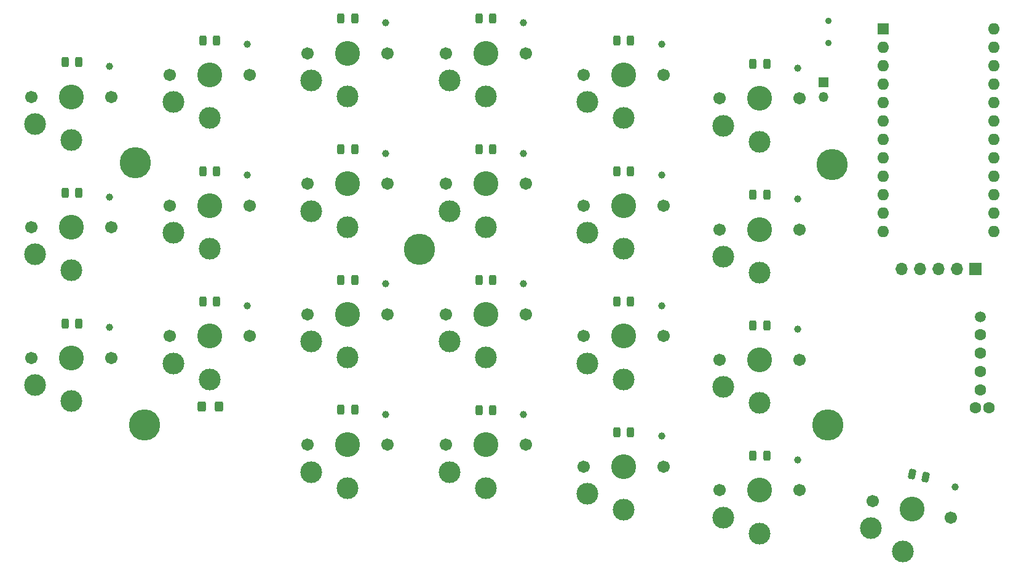
<source format=gts>
G04 #@! TF.GenerationSoftware,KiCad,Pcbnew,7.0.5-0*
G04 #@! TF.CreationDate,2023-09-10T21:21:40+09:30*
G04 #@! TF.ProjectId,Rolio,526f6c69-6f2e-46b6-9963-61645f706362,rev?*
G04 #@! TF.SameCoordinates,Original*
G04 #@! TF.FileFunction,Soldermask,Top*
G04 #@! TF.FilePolarity,Negative*
%FSLAX46Y46*%
G04 Gerber Fmt 4.6, Leading zero omitted, Abs format (unit mm)*
G04 Created by KiCad (PCBNEW 7.0.5-0) date 2023-09-10 21:21:40*
%MOMM*%
%LPD*%
G01*
G04 APERTURE LIST*
G04 Aperture macros list*
%AMRoundRect*
0 Rectangle with rounded corners*
0 $1 Rounding radius*
0 $2 $3 $4 $5 $6 $7 $8 $9 X,Y pos of 4 corners*
0 Add a 4 corners polygon primitive as box body*
4,1,4,$2,$3,$4,$5,$6,$7,$8,$9,$2,$3,0*
0 Add four circle primitives for the rounded corners*
1,1,$1+$1,$2,$3*
1,1,$1+$1,$4,$5*
1,1,$1+$1,$6,$7*
1,1,$1+$1,$8,$9*
0 Add four rect primitives between the rounded corners*
20,1,$1+$1,$2,$3,$4,$5,0*
20,1,$1+$1,$4,$5,$6,$7,0*
20,1,$1+$1,$6,$7,$8,$9,0*
20,1,$1+$1,$8,$9,$2,$3,0*%
G04 Aperture macros list end*
%ADD10C,1.701800*%
%ADD11C,3.000000*%
%ADD12C,3.429000*%
%ADD13C,0.990600*%
%ADD14C,4.300000*%
%ADD15RoundRect,0.243750X-0.243750X-0.456250X0.243750X-0.456250X0.243750X0.456250X-0.243750X0.456250X0*%
%ADD16R,1.700000X1.700000*%
%ADD17O,1.700000X1.700000*%
%ADD18C,1.500000*%
%ADD19C,1.600000*%
%ADD20RoundRect,0.250000X0.325000X0.450000X-0.325000X0.450000X-0.325000X-0.450000X0.325000X-0.450000X0*%
%ADD21R,1.600000X1.600000*%
%ADD22O,1.600000X1.600000*%
%ADD23R,1.350000X1.350000*%
%ADD24O,1.350000X1.350000*%
%ADD25RoundRect,0.243750X-0.333283X-0.395601X0.143564X-0.496958X0.333283X0.395601X-0.143564X0.496958X0*%
%ADD26C,0.900000*%
G04 APERTURE END LIST*
D10*
X76238000Y-45720000D03*
D11*
X76738000Y-49470000D03*
D12*
X81738000Y-45720000D03*
D11*
X81738000Y-51670000D03*
D13*
X86958000Y-41520000D03*
D10*
X87238000Y-45720000D03*
X114238000Y-96720000D03*
D11*
X114738000Y-100470000D03*
D12*
X119738000Y-96720000D03*
D11*
X119738000Y-102670000D03*
D13*
X124958000Y-92520000D03*
D10*
X125238000Y-96720000D03*
D14*
X167456000Y-58032000D03*
D10*
X95238000Y-96720000D03*
D11*
X95738000Y-100470000D03*
D12*
X100738000Y-96720000D03*
D11*
X100738000Y-102670000D03*
D13*
X105958000Y-92520000D03*
D10*
X106238000Y-96720000D03*
X95238000Y-60720000D03*
D11*
X95738000Y-64470000D03*
D12*
X100738000Y-60720000D03*
D11*
X100738000Y-66670000D03*
D13*
X105958000Y-56520000D03*
D10*
X106238000Y-60720000D03*
D15*
X118820500Y-37965000D03*
X120695500Y-37965000D03*
D10*
X76238000Y-63720000D03*
D11*
X76738000Y-67470000D03*
D12*
X81738000Y-63720000D03*
D11*
X81738000Y-69670000D03*
D13*
X86958000Y-59520000D03*
D10*
X87238000Y-63720000D03*
D15*
X118820500Y-73965000D03*
X120695500Y-73965000D03*
D16*
X187172400Y-72470000D03*
D17*
X184632400Y-72470000D03*
X182092400Y-72470000D03*
X179552400Y-72470000D03*
X177012400Y-72470000D03*
D14*
X166808000Y-93970000D03*
D15*
X99820500Y-37965000D03*
X101695500Y-37965000D03*
X156553400Y-44215000D03*
X158428400Y-44215000D03*
D10*
X151970900Y-48970000D03*
D11*
X152470900Y-52720000D03*
D12*
X157470900Y-48970000D03*
D11*
X157470900Y-54920000D03*
D13*
X162690900Y-44770000D03*
D10*
X162970900Y-48970000D03*
D18*
X187822400Y-79070000D03*
D19*
X187822400Y-89180000D03*
X187822400Y-86640000D03*
X187822400Y-84100000D03*
X187822400Y-81560000D03*
X189047400Y-91570000D03*
X187197400Y-91570000D03*
D14*
X71518000Y-57788000D03*
D15*
X156553400Y-80215000D03*
X158428400Y-80215000D03*
X99820500Y-91865000D03*
X101695500Y-91865000D03*
D10*
X57238000Y-84720000D03*
D11*
X57738000Y-88470000D03*
D12*
X62738000Y-84720000D03*
D11*
X62738000Y-90670000D03*
D13*
X67958000Y-80520000D03*
D10*
X68238000Y-84720000D03*
D15*
X99820500Y-55965000D03*
X101695500Y-55965000D03*
D10*
X114238000Y-60720000D03*
D11*
X114738000Y-64470000D03*
D12*
X119738000Y-60720000D03*
D11*
X119738000Y-66670000D03*
D13*
X124958000Y-56520000D03*
D10*
X125238000Y-60720000D03*
D15*
X80820500Y-76965000D03*
X82695500Y-76965000D03*
D20*
X83058000Y-91440000D03*
X80658000Y-91440000D03*
D15*
X156553400Y-98215000D03*
X158428400Y-98215000D03*
D10*
X133238000Y-81720000D03*
D11*
X133738000Y-85470000D03*
D12*
X138738000Y-81720000D03*
D11*
X138738000Y-87670000D03*
D13*
X143958000Y-77520000D03*
D10*
X144238000Y-81720000D03*
D15*
X61820500Y-79965000D03*
X63695500Y-79965000D03*
D10*
X114238000Y-78720000D03*
D11*
X114738000Y-82470000D03*
D12*
X119738000Y-78720000D03*
D11*
X119738000Y-84670000D03*
D13*
X124958000Y-74520000D03*
D10*
X125238000Y-78720000D03*
X133238000Y-45720000D03*
D11*
X133738000Y-49470000D03*
D12*
X138738000Y-45720000D03*
D11*
X138738000Y-51670000D03*
D13*
X143958000Y-41520000D03*
D10*
X144238000Y-45720000D03*
D15*
X137820500Y-58965000D03*
X139695500Y-58965000D03*
X80820500Y-40965000D03*
X82695500Y-40965000D03*
D21*
X174472400Y-39360000D03*
D22*
X174472400Y-41900000D03*
X174472400Y-44440000D03*
X174472400Y-46980000D03*
X174472400Y-49520000D03*
X174472400Y-52060000D03*
X174472400Y-54600000D03*
X174472400Y-57140000D03*
X174472400Y-59680000D03*
X174472400Y-62220000D03*
X174472400Y-64760000D03*
X174472400Y-67300000D03*
X189712400Y-67300000D03*
X189712400Y-64760000D03*
X189712400Y-62220000D03*
X189712400Y-59680000D03*
X189712400Y-57140000D03*
X189712400Y-54600000D03*
X189712400Y-52060000D03*
X189712400Y-49520000D03*
X189712400Y-46980000D03*
X189712400Y-44440000D03*
X189712400Y-41900000D03*
X189712400Y-39360000D03*
D15*
X137820500Y-94965000D03*
X139695500Y-94965000D03*
D14*
X110610000Y-69716000D03*
D10*
X57238000Y-66720000D03*
D11*
X57738000Y-70470000D03*
D12*
X62738000Y-66720000D03*
D11*
X62738000Y-72670000D03*
D13*
X67958000Y-62520000D03*
D10*
X68238000Y-66720000D03*
X57238000Y-48720000D03*
D11*
X57738000Y-52470000D03*
D12*
X62738000Y-48720000D03*
D11*
X62738000Y-54670000D03*
D13*
X67958000Y-44520000D03*
D10*
X68238000Y-48720000D03*
D15*
X80820500Y-58965000D03*
X82695500Y-58965000D03*
D10*
X151970900Y-84970000D03*
D11*
X152470900Y-88720000D03*
D12*
X157470900Y-84970000D03*
D11*
X157470900Y-90920000D03*
D13*
X162690900Y-80770000D03*
D10*
X162970900Y-84970000D03*
X114238000Y-42720000D03*
D11*
X114738000Y-46470000D03*
D12*
X119738000Y-42720000D03*
D11*
X119738000Y-48670000D03*
D13*
X124958000Y-38520000D03*
D10*
X125238000Y-42720000D03*
X173029752Y-104445251D03*
D11*
X172739157Y-108217260D03*
D12*
X178409564Y-105588765D03*
D11*
X177172489Y-111408743D03*
D13*
X184388724Y-102565844D03*
D10*
X183789376Y-106732279D03*
D15*
X156553400Y-62260000D03*
X158428400Y-62260000D03*
D10*
X151970900Y-67015000D03*
D11*
X152470900Y-70765000D03*
D12*
X157470900Y-67015000D03*
D11*
X157470900Y-72965000D03*
D13*
X162690900Y-62815000D03*
D10*
X162970900Y-67015000D03*
X95238000Y-78720000D03*
D11*
X95738000Y-82470000D03*
D12*
X100738000Y-78720000D03*
D11*
X100738000Y-84670000D03*
D13*
X105958000Y-74520000D03*
D10*
X106238000Y-78720000D03*
D23*
X166228203Y-46736000D03*
D24*
X166228203Y-48736000D03*
D15*
X118820500Y-55965000D03*
X120695500Y-55965000D03*
X137820500Y-76965000D03*
X139695500Y-76965000D03*
D10*
X133238000Y-63720000D03*
D11*
X133738000Y-67470000D03*
D12*
X138738000Y-63720000D03*
D11*
X138738000Y-69670000D03*
D13*
X143958000Y-59520000D03*
D10*
X144238000Y-63720000D03*
D15*
X137820500Y-40965000D03*
X139695500Y-40965000D03*
D10*
X95238000Y-42720000D03*
D11*
X95738000Y-46470000D03*
D12*
X100738000Y-42720000D03*
D11*
X100738000Y-48670000D03*
D13*
X105958000Y-38520000D03*
D10*
X106238000Y-42720000D03*
D14*
X72768000Y-93980000D03*
D15*
X99820500Y-73965000D03*
X101695500Y-73965000D03*
X118820500Y-91965000D03*
X120695500Y-91965000D03*
D10*
X133238000Y-99720000D03*
D11*
X133738000Y-103470000D03*
D12*
X138738000Y-99720000D03*
D11*
X138738000Y-105670000D03*
D13*
X143958000Y-95520000D03*
D10*
X144238000Y-99720000D03*
X76238000Y-81720000D03*
D11*
X76738000Y-85470000D03*
D12*
X81738000Y-81720000D03*
D11*
X81738000Y-87670000D03*
D13*
X86958000Y-77520000D03*
D10*
X87238000Y-81720000D03*
X151970900Y-102970000D03*
D11*
X152470900Y-106720000D03*
D12*
X157470900Y-102970000D03*
D11*
X157470900Y-108920000D03*
D13*
X162690900Y-98770000D03*
D10*
X162970900Y-102970000D03*
D15*
X61820500Y-43965000D03*
X63695500Y-43965000D03*
D25*
X178467955Y-100739947D03*
X180301981Y-101129781D03*
D15*
X61820500Y-61965000D03*
X63695500Y-61965000D03*
D26*
X166939000Y-38300000D03*
X166939000Y-41300000D03*
M02*

</source>
